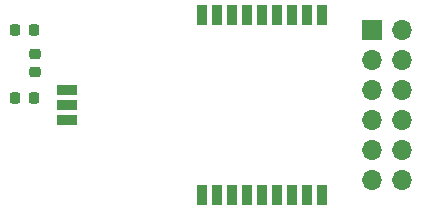
<source format=gbr>
%TF.GenerationSoftware,KiCad,Pcbnew,7.0.4*%
%TF.CreationDate,2023-05-26T13:22:52+02:00*%
%TF.ProjectId,RC_ST_868_PMOD,52435f53-545f-4383-9638-5f504d4f442e,rev?*%
%TF.SameCoordinates,Original*%
%TF.FileFunction,Soldermask,Top*%
%TF.FilePolarity,Negative*%
%FSLAX46Y46*%
G04 Gerber Fmt 4.6, Leading zero omitted, Abs format (unit mm)*
G04 Created by KiCad (PCBNEW 7.0.4) date 2023-05-26 13:22:52*
%MOMM*%
%LPD*%
G01*
G04 APERTURE LIST*
G04 Aperture macros list*
%AMRoundRect*
0 Rectangle with rounded corners*
0 $1 Rounding radius*
0 $2 $3 $4 $5 $6 $7 $8 $9 X,Y pos of 4 corners*
0 Add a 4 corners polygon primitive as box body*
4,1,4,$2,$3,$4,$5,$6,$7,$8,$9,$2,$3,0*
0 Add four circle primitives for the rounded corners*
1,1,$1+$1,$2,$3*
1,1,$1+$1,$4,$5*
1,1,$1+$1,$6,$7*
1,1,$1+$1,$8,$9*
0 Add four rect primitives between the rounded corners*
20,1,$1+$1,$2,$3,$4,$5,0*
20,1,$1+$1,$4,$5,$6,$7,0*
20,1,$1+$1,$6,$7,$8,$9,0*
20,1,$1+$1,$8,$9,$2,$3,0*%
G04 Aperture macros list end*
%ADD10R,1.700000X1.700000*%
%ADD11O,1.700000X1.700000*%
%ADD12RoundRect,0.225000X0.225000X0.250000X-0.225000X0.250000X-0.225000X-0.250000X0.225000X-0.250000X0*%
%ADD13RoundRect,0.218750X0.256250X-0.218750X0.256250X0.218750X-0.256250X0.218750X-0.256250X-0.218750X0*%
%ADD14R,0.900000X1.800000*%
%ADD15R,1.800000X0.900000*%
G04 APERTURE END LIST*
D10*
%TO.C,J1*%
X149860000Y-43180000D03*
D11*
X152400000Y-43180000D03*
X149860000Y-45720000D03*
X152400000Y-45720000D03*
X149860000Y-48260000D03*
X152400000Y-48260000D03*
X149860000Y-50800000D03*
X152400000Y-50800000D03*
X149860000Y-53340000D03*
X152400000Y-53340000D03*
X149860000Y-55880000D03*
X152400000Y-55880000D03*
%TD*%
D12*
%TO.C,M1*%
X121197500Y-48895000D03*
X119647500Y-48895000D03*
%TD*%
D13*
%TO.C,M2*%
X121285000Y-46747500D03*
X121285000Y-45172500D03*
%TD*%
D12*
%TO.C,M3*%
X121197500Y-43180000D03*
X119647500Y-43180000D03*
%TD*%
D14*
%TO.C,U1*%
X135430000Y-57155000D03*
X136700000Y-57155000D03*
X137970000Y-57155000D03*
X139240000Y-57155000D03*
X140510000Y-57155000D03*
X141780000Y-57155000D03*
X143050000Y-57155000D03*
X144320000Y-57155000D03*
X145590000Y-57155000D03*
X145590000Y-41905000D03*
X144320000Y-41905000D03*
X143050000Y-41905000D03*
X141780000Y-41905000D03*
X140510000Y-41905000D03*
X139240000Y-41905000D03*
X137970000Y-41905000D03*
X136700000Y-41905000D03*
X135430000Y-41905000D03*
D15*
X124000000Y-48255000D03*
X124000000Y-49525000D03*
X124000000Y-50795000D03*
%TD*%
M02*

</source>
